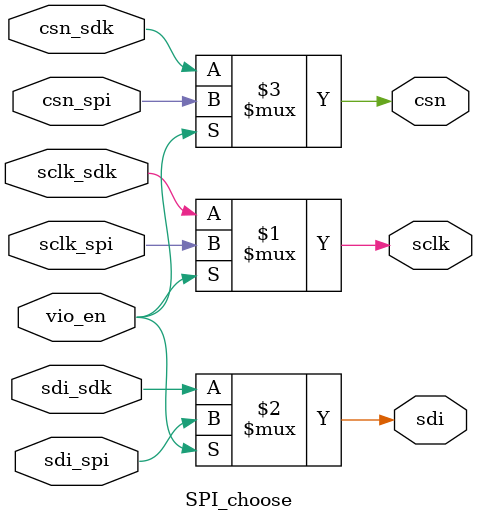
<source format=v>
module SPI_choose
(vio_en,
sclk_sdk,
csn_sdk,
sdi_sdk,
sclk_spi,
csn_spi,
sdi_spi,
sdi,
sclk,
csn
);
input vio_en;
input sclk_sdk;
input sdi_sdk;
input csn_sdk;
input sdi_spi;
input sclk_spi;
input csn_spi;
output sdi;
output sclk;
output csn;

assign sclk=(vio_en)?sclk_spi:sclk_sdk;
assign sdi=(vio_en)?sdi_spi:sdi_sdk;
assign csn=(vio_en)?csn_spi:csn_sdk;
endmodule
</source>
